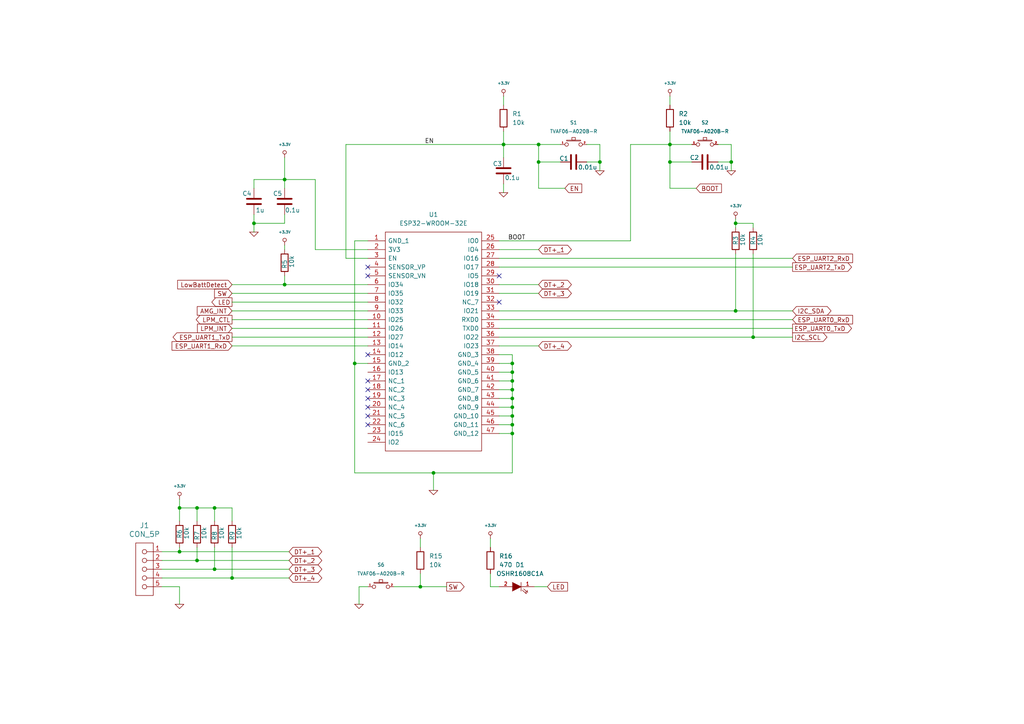
<source format=kicad_sch>
(kicad_sch (version 20250114) (generator "eeschema") (generator_version "9.0")
  (paper "A4")
  (title_block (title "XM125 Radr for MINTIA DC-H038Z") (date "2025-05-20") (rev "0") (company "ハートランド・データ株式会社"))
  (lib_symbols
    (symbol "Device:R" (pin_numbers (hide yes)) (pin_names (offset 0))
      (property "Reference" "R" (at 2.032 0 90))
      (property "Value" "R" (at 0 0 90))
      (symbol "R_0_1"
        (rectangle (start -1.016 -2.54) (end 1.016 2.54) (stroke (width 0.254)))
      )
      (symbol "R_1_1"
        (pin passive line (at 0 3.81 270) (length 1.27) (name "~") (number "1"))
        (pin passive line (at 0 -3.81 90) (length 1.27) (name "~") (number "2"))
      )
    )
    (symbol "HLDC_E1:+3.3V" (power) (pin_names (offset 0))
      (property "Value" "+3.3V" (at 0 2.794 0))
      (symbol "+3.3V_0_0"
        (pin power_in line (at 0 0 90) (length 0) (hide yes) (name "+3.3V") (number "1"))
      )
      (symbol "+3.3V_0_1"
        (circle (center 0 1.524) (radius 0.508))
        (polyline (pts (xy 0 0) (xy 0 1.016) (xy 0 1.016)))
      )
    )
    (symbol "HLDC_E1:C" (pin_numbers (hide yes)) (pin_names (offset 0.254))
      (property "Reference" "C" (at 0 2.54 0))
      (property "Value" "C" (at 0.1524 -2.159 0))
      (symbol "C_0_1"
        (polyline (pts (xy -2.032 0.762) (xy 2.032 0.762)) (stroke (width 0.508)))
        (polyline (pts (xy -2.032 -0.762) (xy 2.032 -0.762)) (stroke (width 0.508)))
      )
      (symbol "C_1_1"
        (pin passive line (at 0 3.81 270) (length 3.048) (name "~") (number "1"))
        (pin passive line (at 0 -3.81 90) (length 3.048) (name "~") (number "2"))
      )
    )
    (symbol "HLDC_E1:CON_5P" (pin_names (offset 1.016))
      (property "Reference" "J" (at 0 8.89 0))
      (property "Value" "CON_5P" (at 0 -8.89 0))
      (symbol "CON_5P_0_1"
        (rectangle (start -2.54 7.62) (end 2.54 -7.62))
        (circle (center 0 5.08) (radius 0.635))
        (circle (center 0 2.54) (radius 0.635))
        (circle (center 0 0) (radius 0.635))
        (circle (center 0 -2.54) (radius 0.635))
        (circle (center 0 -5.08) (radius 0.635))
        (polyline (pts (xy 2.54 5.08) (xy 0.635 5.08)))
        (polyline (pts (xy 2.54 2.54) (xy 0.635 2.54)))
        (polyline (pts (xy 2.54 0) (xy 0.635 0)))
        (polyline (pts (xy 2.54 -2.54) (xy 0.635 -2.54)))
        (polyline (pts (xy 2.54 -5.08) (xy 0.635 -5.08)))
      )
      (symbol "CON_5P_1_1"
        (pin bidirectional line (at 5.08 5.08 180) (length 2.54) (name "~") (number "1"))
        (pin bidirectional line (at 5.08 2.54 180) (length 2.54) (name "~") (number "2"))
        (pin bidirectional line (at 5.08 0 180) (length 2.54) (name "~") (number "3"))
        (pin bidirectional line (at 5.08 -2.54 180) (length 2.54) (name "~") (number "4"))
        (pin bidirectional line (at 5.08 -5.08 180) (length 2.54) (name "~") (number "5"))
      )
    )
    (symbol "HLDC_E1:ESP32-WROOM-32E" (pin_names (offset 0.762))
      (property "Reference" "U" (at 34.29 7.62 0))
      (property "Value" "ESP32-WROOM-32E" (at 34.29 5.08 0))
      (symbol "ESP32-WROOM-32E_0_0"
        (pin passive line (at 0 -5.08 0) (length 5.08) (name "EN") (number "3"))
        (pin passive line (at 0 -7.62 0) (length 5.08) (name "SENSOR_VP") (number "4"))
        (pin passive line (at 0 -10.16 0) (length 5.08) (name "SENSOR_VN") (number "5"))
        (pin passive line (at 0 -12.7 0) (length 5.08) (name "IO34") (number "6"))
        (pin passive line (at 0 -15.24 0) (length 5.08) (name "IO35") (number "7"))
        (pin passive line (at 0 -17.78 0) (length 5.08) (name "IO32") (number "8"))
        (pin passive line (at 0 -20.32 0) (length 5.08) (name "IO33") (number "9"))
        (pin passive line (at 0 -22.86 0) (length 5.08) (name "IO25") (number "10"))
        (pin passive line (at 0 -25.4 0) (length 5.08) (name "IO26") (number "11"))
        (pin passive line (at 0 -27.94 0) (length 5.08) (name "IO27") (number "12"))
        (pin passive line (at 0 -30.48 0) (length 5.08) (name "IO14") (number "13"))
        (pin passive line (at 0 -33.02 0) (length 5.08) (name "IO12") (number "14"))
        (pin passive line (at 0 -38.1 0) (length 5.08) (name "IO13") (number "16"))
        (pin passive line (at 0 -40.64 0) (length 5.08) (name "NC_1") (number "17"))
        (pin passive line (at 0 -43.18 0) (length 5.08) (name "NC_2") (number "18"))
        (pin passive line (at 0 -45.72 0) (length 5.08) (name "NC_3") (number "19"))
        (pin passive line (at 0 -48.26 0) (length 5.08) (name "NC_4") (number "20"))
        (pin passive line (at 0 -50.8 0) (length 5.08) (name "NC_5") (number "21"))
        (pin passive line (at 0 -53.34 0) (length 5.08) (name "NC_6") (number "22"))
        (pin passive line (at 0 -55.88 0) (length 5.08) (name "IO15") (number "23"))
        (pin passive line (at 0 -58.42 0) (length 5.08) (name "IO2") (number "24"))
        (pin passive line (at 38.1 0 180) (length 5.08) (name "IO0") (number "25"))
        (pin passive line (at 38.1 -2.54 180) (length 5.08) (name "IO4") (number "26"))
        (pin passive line (at 38.1 -5.08 180) (length 5.08) (name "IO16") (number "27"))
        (pin passive line (at 38.1 -7.62 180) (length 5.08) (name "IO17") (number "28"))
        (pin passive line (at 38.1 -10.16 180) (length 5.08) (name "IO5") (number "29"))
        (pin passive line (at 38.1 -12.7 180) (length 5.08) (name "IO18") (number "30"))
        (pin passive line (at 38.1 -15.24 180) (length 5.08) (name "IO19") (number "31"))
        (pin passive line (at 38.1 -17.78 180) (length 5.08) (name "NC_7") (number "32"))
        (pin passive line (at 38.1 -20.32 180) (length 5.08) (name "IO21") (number "33"))
        (pin passive line (at 38.1 -22.86 180) (length 5.08) (name "RXD0") (number "34"))
        (pin passive line (at 38.1 -25.4 180) (length 5.08) (name "TXD0") (number "35"))
        (pin passive line (at 38.1 -27.94 180) (length 5.08) (name "IO22") (number "36"))
        (pin passive line (at 38.1 -30.48 180) (length 5.08) (name "IO23") (number "37"))
      )
      (symbol "ESP32-WROOM-32E_0_1"
        (polyline (pts (xy 5.08 2.54) (xy 33.02 2.54) (xy 33.02 -60.96) (xy 5.08 -60.96) (xy 5.08 2.54)) (stroke (width 0.1524)))
      )
      (symbol "ESP32-WROOM-32E_1_0"
        (pin power_in line (at 0 0 0) (length 5.08) (name "GND_1") (number "1"))
        (pin power_in line (at 0 -2.54 0) (length 5.08) (name "3V3") (number "2"))
        (pin power_in line (at 0 -35.56 0) (length 5.08) (name "GND_2") (number "15"))
        (pin power_in line (at 38.1 -33.02 180) (length 5.08) (name "GND_3") (number "38"))
        (pin power_in line (at 38.1 -35.56 180) (length 5.08) (name "GND_4") (number "39"))
        (pin power_in line (at 38.1 -38.1 180) (length 5.08) (name "GND_5") (number "40"))
        (pin power_in line (at 38.1 -40.64 180) (length 5.08) (name "GND_6") (number "41"))
        (pin power_in line (at 38.1 -43.18 180) (length 5.08) (name "GND_7") (number "42"))
        (pin power_in line (at 38.1 -45.72 180) (length 5.08) (name "GND_8") (number "43"))
        (pin power_in line (at 38.1 -48.26 180) (length 5.08) (name "GND_9") (number "44"))
        (pin power_in line (at 38.1 -50.8 180) (length 5.08) (name "GND_10") (number "45"))
        (pin power_in line (at 38.1 -53.34 180) (length 5.08) (name "GND_11") (number "46"))
        (pin power_in line (at 38.1 -55.88 180) (length 5.08) (name "GND_12") (number "47"))
      )
    )
    (symbol "HLDC_E1:GND" (power) (pin_names (offset 0))
      (symbol "GND_0_1"
        (polyline (pts (xy -1.27 0) (xy 0 -1.27) (xy 1.27 0) (xy -1.27 0)))
      )
      (symbol "GND_1_1"
        (pin power_in line (at 0 0 90) (length 0) (hide yes) (name "GND") (number "1"))
      )
    )
    (symbol "HLDC_E1:LED" (pin_names (offset 1.016) (hide yes))
      (property "Reference" "D" (at 0 2.54 0))
      (property "Value" "LED" (at 0 -2.54 0))
      (symbol "LED_0_1"
        (polyline (pts (xy -1.27 1.27) (xy 1.27 0) (xy -1.27 -1.27)) (fill (type outline)))
        (polyline (pts (xy 1.27 1.27) (xy 1.27 -1.27)))
        (polyline (pts (xy 1.651 -1.016) (xy 2.794 -2.032) (xy 2.667 -1.397)))
        (polyline (pts (xy 2.032 -0.635) (xy 3.175 -1.651) (xy 3.048 -1.016)))
      )
      (symbol "LED_1_1"
        (pin passive line (at -5.08 0 0) (length 3.81) (name "A") (number "2"))
        (pin passive line (at 5.08 0 180) (length 3.81) (name "K") (number "1"))
      )
    )
    (symbol "HLDC_E1:SW_2P" (pin_names (offset 1.016))
      (property "Reference" "S" (at 0 2.794 0))
      (property "Value" "SW_2P" (at 0 -1.905 0))
      (symbol "SW_2P_0_1"
        (circle (center -2.032 0) (radius 0.508))
        (rectangle (start -0.508 1.27) (end 0.508 2.032))
        (rectangle (start 2.032 1.016) (end -2.032 1.27))
        (circle (center 2.032 0) (radius 0.508))
      )
      (symbol "SW_2P_1_1"
        (pin bidirectional line (at -3.81 0 0) (length 1.27) (name "~") (number "1"))
        (pin bidirectional line (at 3.81 0 180) (length 1.27) (name "~") (number "2"))
      )
    )
  )
  (junction (at 213.36 64.77))
  (junction (at 62.23 147.32))
  (junction (at 194.31 41.91))
  (junction (at 148.59 125.73))
  (junction (at 121.92 170.18))
  (junction (at 213.36 90.17))
  (junction (at 82.55 82.55))
  (junction (at 62.23 165.1))
  (junction (at 148.59 113.03))
  (junction (at 57.15 147.32))
  (junction (at 52.07 147.32))
  (junction (at 125.73 137.16))
  (junction (at 148.59 123.19))
  (junction (at 173.99 46.99))
  (junction (at 52.07 160.02))
  (junction (at 148.59 115.57))
  (junction (at 146.05 41.91))
  (junction (at 82.55 52.07))
  (junction (at 212.09 46.99))
  (junction (at 57.15 162.56))
  (junction (at 156.21 46.99))
  (junction (at 73.66 64.77))
  (junction (at 218.44 97.79))
  (junction (at 156.21 41.91))
  (junction (at 102.87 105.41))
  (junction (at 148.59 107.95))
  (junction (at 148.59 110.49))
  (junction (at 148.59 105.41))
  (junction (at 194.31 46.99))
  (junction (at 148.59 120.65))
  (junction (at 148.59 118.11))
  (junction (at 67.31 167.64))
  (no_connect (at 106.68 115.57))
  (no_connect (at 106.68 118.11))
  (no_connect (at 106.68 123.19))
  (no_connect (at 106.68 80.01))
  (no_connect (at 106.68 110.49))
  (no_connect (at 106.68 113.03))
  (no_connect (at 106.68 102.87))
  (no_connect (at 144.78 87.63))
  (no_connect (at 106.68 120.65))
  (no_connect (at 144.78 80.01))
  (no_connect (at 106.68 77.47))
  (wire (pts (xy 194.31 46.99) (xy 194.31 41.91)))
  (wire (pts (xy 106.68 72.39) (xy 91.44 72.39)))
  (wire (pts (xy 144.78 97.79) (xy 218.44 97.79)))
  (wire (pts (xy 67.31 158.75) (xy 67.31 167.64)))
  (wire (pts (xy 67.31 87.63) (xy 106.68 87.63)))
  (wire (pts (xy 194.31 54.61) (xy 194.31 46.99)))
  (wire (pts (xy 170.18 46.99) (xy 173.99 46.99)))
  (wire (pts (xy 144.78 77.47) (xy 229.87 77.47)))
  (wire (pts (xy 57.15 147.32) (xy 52.07 147.32)))
  (wire (pts (xy 213.36 64.77) (xy 213.36 66.04)))
  (wire (pts (xy 156.21 41.91) (xy 162.56 41.91)))
  (wire (pts (xy 46.99 162.56) (xy 57.15 162.56)))
  (wire (pts (xy 144.78 95.25) (xy 229.87 95.25)))
  (wire (pts (xy 218.44 64.77) (xy 213.36 64.77)))
  (wire (pts (xy 82.55 62.23) (xy 82.55 64.77)))
  (wire (pts (xy 144.78 123.19) (xy 148.59 123.19)))
  (wire (pts (xy 82.55 52.07) (xy 82.55 54.61)))
  (wire (pts (xy 213.36 63.5) (xy 213.36 64.77)))
  (wire (pts (xy 73.66 54.61) (xy 73.66 52.07)))
  (wire (pts (xy 144.78 82.55) (xy 156.21 82.55)))
  (wire (pts (xy 201.93 54.61) (xy 194.31 54.61)))
  (wire (pts (xy 182.88 41.91) (xy 182.88 69.85)))
  (wire (pts (xy 46.99 165.1) (xy 62.23 165.1)))
  (wire (pts (xy 52.07 144.78) (xy 52.07 147.32)))
  (wire (pts (xy 100.33 41.91) (xy 100.33 74.93)))
  (wire (pts (xy 62.23 165.1) (xy 83.82 165.1)))
  (wire (pts (xy 144.78 107.95) (xy 148.59 107.95)))
  (wire (pts (xy 148.59 123.19) (xy 148.59 125.73)))
  (wire (pts (xy 148.59 118.11) (xy 148.59 120.65)))
  (wire (pts (xy 146.05 38.1) (xy 146.05 41.91)))
  (wire (pts (xy 212.09 41.91) (xy 212.09 46.99)))
  (wire (pts (xy 102.87 69.85) (xy 102.87 105.41)))
  (wire (pts (xy 91.44 72.39) (xy 91.44 52.07)))
  (wire (pts (xy 144.78 113.03) (xy 148.59 113.03)))
  (wire (pts (xy 148.59 105.41) (xy 148.59 107.95)))
  (wire (pts (xy 46.99 167.64) (xy 67.31 167.64)))
  (wire (pts (xy 67.31 167.64) (xy 83.82 167.64)))
  (wire (pts (xy 200.66 46.99) (xy 194.31 46.99)))
  (wire (pts (xy 144.78 74.93) (xy 229.87 74.93)))
  (wire (pts (xy 213.36 73.66) (xy 213.36 90.17)))
  (wire (pts (xy 62.23 158.75) (xy 62.23 165.1)))
  (wire (pts (xy 163.83 54.61) (xy 156.21 54.61)))
  (wire (pts (xy 46.99 170.18) (xy 52.07 170.18)))
  (wire (pts (xy 67.31 100.33) (xy 106.68 100.33)))
  (wire (pts (xy 82.55 45.72) (xy 82.55 52.07)))
  (wire (pts (xy 52.07 147.32) (xy 52.07 151.13)))
  (wire (pts (xy 208.28 41.91) (xy 212.09 41.91)))
  (wire (pts (xy 148.59 120.65) (xy 148.59 123.19)))
  (wire (pts (xy 121.92 170.18) (xy 121.92 166.37)))
  (wire (pts (xy 82.55 64.77) (xy 73.66 64.77)))
  (wire (pts (xy 125.73 137.16) (xy 125.73 142.24)))
  (wire (pts (xy 67.31 97.79) (xy 106.68 97.79)))
  (wire (pts (xy 182.88 41.91) (xy 194.31 41.91)))
  (wire (pts (xy 73.66 62.23) (xy 73.66 64.77)))
  (wire (pts (xy 114.3 170.18) (xy 121.92 170.18)))
  (wire (pts (xy 148.59 125.73) (xy 148.59 137.16)))
  (wire (pts (xy 67.31 90.17) (xy 106.68 90.17)))
  (wire (pts (xy 144.78 100.33) (xy 156.21 100.33)))
  (wire (pts (xy 142.24 156.21) (xy 142.24 158.75)))
  (wire (pts (xy 144.78 90.17) (xy 213.36 90.17)))
  (wire (pts (xy 121.92 156.21) (xy 121.92 158.75)))
  (wire (pts (xy 142.24 170.18) (xy 144.78 170.18)))
  (wire (pts (xy 156.21 46.99) (xy 156.21 41.91)))
  (wire (pts (xy 67.31 147.32) (xy 62.23 147.32)))
  (wire (pts (xy 194.31 27.94) (xy 194.31 30.48)))
  (wire (pts (xy 100.33 74.93) (xy 106.68 74.93)))
  (wire (pts (xy 218.44 66.04) (xy 218.44 64.77)))
  (wire (pts (xy 218.44 97.79) (xy 229.87 97.79)))
  (wire (pts (xy 144.78 120.65) (xy 148.59 120.65)))
  (wire (pts (xy 146.05 41.91) (xy 146.05 45.72)))
  (wire (pts (xy 52.07 160.02) (xy 83.82 160.02)))
  (wire (pts (xy 62.23 147.32) (xy 57.15 147.32)))
  (wire (pts (xy 104.14 170.18) (xy 106.68 170.18)))
  (wire (pts (xy 146.05 53.34) (xy 146.05 55.88)))
  (wire (pts (xy 208.28 46.99) (xy 212.09 46.99)))
  (wire (pts (xy 144.78 125.73) (xy 148.59 125.73)))
  (wire (pts (xy 154.94 170.18) (xy 158.75 170.18)))
  (wire (pts (xy 62.23 147.32) (xy 62.23 151.13)))
  (wire (pts (xy 148.59 110.49) (xy 148.59 113.03)))
  (wire (pts (xy 212.09 46.99) (xy 212.09 49.53)))
  (wire (pts (xy 91.44 52.07) (xy 82.55 52.07)))
  (wire (pts (xy 57.15 158.75) (xy 57.15 162.56)))
  (wire (pts (xy 73.66 64.77) (xy 73.66 67.31)))
  (wire (pts (xy 121.92 170.18) (xy 129.54 170.18)))
  (wire (pts (xy 144.78 69.85) (xy 182.88 69.85)))
  (wire (pts (xy 82.55 71.12) (xy 82.55 72.39)))
  (wire (pts (xy 213.36 90.17) (xy 229.87 90.17)))
  (wire (pts (xy 142.24 166.37) (xy 142.24 170.18)))
  (wire (pts (xy 102.87 105.41) (xy 102.87 137.16)))
  (wire (pts (xy 146.05 41.91) (xy 156.21 41.91)))
  (wire (pts (xy 67.31 92.71) (xy 106.68 92.71)))
  (wire (pts (xy 46.99 160.02) (xy 52.07 160.02)))
  (wire (pts (xy 173.99 41.91) (xy 173.99 46.99)))
  (wire (pts (xy 173.99 46.99) (xy 173.99 49.53)))
  (wire (pts (xy 148.59 102.87) (xy 148.59 105.41)))
  (wire (pts (xy 57.15 147.32) (xy 57.15 151.13)))
  (wire (pts (xy 144.78 115.57) (xy 148.59 115.57)))
  (wire (pts (xy 106.68 69.85) (xy 102.87 69.85)))
  (wire (pts (xy 144.78 85.09) (xy 156.21 85.09)))
  (wire (pts (xy 52.07 170.18) (xy 52.07 175.26)))
  (wire (pts (xy 57.15 162.56) (xy 83.82 162.56)))
  (wire (pts (xy 82.55 80.01) (xy 82.55 82.55)))
  (wire (pts (xy 144.78 110.49) (xy 148.59 110.49)))
  (wire (pts (xy 144.78 72.39) (xy 156.21 72.39)))
  (wire (pts (xy 146.05 41.91) (xy 100.33 41.91)))
  (wire (pts (xy 73.66 52.07) (xy 82.55 52.07)))
  (wire (pts (xy 162.56 46.99) (xy 156.21 46.99)))
  (wire (pts (xy 218.44 73.66) (xy 218.44 97.79)))
  (wire (pts (xy 144.78 118.11) (xy 148.59 118.11)))
  (wire (pts (xy 146.05 27.94) (xy 146.05 30.48)))
  (wire (pts (xy 144.78 105.41) (xy 148.59 105.41)))
  (wire (pts (xy 67.31 85.09) (xy 106.68 85.09)))
  (wire (pts (xy 194.31 41.91) (xy 200.66 41.91)))
  (wire (pts (xy 144.78 102.87) (xy 148.59 102.87)))
  (wire (pts (xy 148.59 137.16) (xy 125.73 137.16)))
  (wire (pts (xy 104.14 175.26) (xy 104.14 170.18)))
  (wire (pts (xy 170.18 41.91) (xy 173.99 41.91)))
  (wire (pts (xy 67.31 82.55) (xy 82.55 82.55)))
  (wire (pts (xy 67.31 95.25) (xy 106.68 95.25)))
  (wire (pts (xy 156.21 54.61) (xy 156.21 46.99)))
  (wire (pts (xy 82.55 82.55) (xy 106.68 82.55)))
  (wire (pts (xy 148.59 115.57) (xy 148.59 118.11)))
  (wire (pts (xy 102.87 137.16) (xy 125.73 137.16)))
  (wire (pts (xy 148.59 107.95) (xy 148.59 110.49)))
  (wire (pts (xy 67.31 151.13) (xy 67.31 147.32)))
  (wire (pts (xy 144.78 92.71) (xy 229.87 92.71)))
  (wire (pts (xy 52.07 158.75) (xy 52.07 160.02)))
  (wire (pts (xy 102.87 105.41) (xy 106.68 105.41)))
  (wire (pts (xy 148.59 113.03) (xy 148.59 115.57)))
  (wire (pts (xy 194.31 38.1) (xy 194.31 41.91)))
  (label "EN" (at 123.19 41.91 0))
  (label "BOOT" (at 147.32 69.85 0))
  (global_label "BOOT" (shape input) (at 201.93 54.61 0) (property "Intersheetrefs" "${INTERSHEET_REFS}" (effects (hide yes))))
  (global_label "LED" (shape output) (at 67.31 87.63 180) (property "Intersheetrefs" "${INTERSHEET_REFS}" (effects (hide yes))))
  (global_label "ESP_UART2_RxD" (shape input) (at 229.87 74.93 0) (property "Intersheetrefs" "${INTERSHEET_REFS}" (effects (hide yes))))
  (global_label "LED" (shape input) (at 158.75 170.18 0) (property "Intersheetrefs" "${INTERSHEET_REFS}" (effects (hide yes))))
  (global_label "EN" (shape input) (at 163.83 54.61 0) (property "Intersheetrefs" "${INTERSHEET_REFS}" (effects (hide yes))))
  (global_label "AMG_INT" (shape input) (at 67.31 90.17 180) (property "Intersheetrefs" "${INTERSHEET_REFS}" (effects (hide yes))))
  (global_label "LPM_INT" (shape input) (at 67.31 95.25 180) (property "Intersheetrefs" "${INTERSHEET_REFS}" (effects (hide yes))))
  (global_label "I2C_SCL" (shape output) (at 229.87 97.79 0) (property "Intersheetrefs" "${INTERSHEET_REFS}" (effects (hide yes))))
  (global_label "ESP_UART2_TxD" (shape output) (at 229.87 77.47 0) (property "Intersheetrefs" "${INTERSHEET_REFS}" (effects (hide yes))))
  (global_label "ESP_UART1_RxD" (shape input) (at 67.31 100.33 180) (property "Intersheetrefs" "${INTERSHEET_REFS}" (effects (hide yes))))
  (global_label "DT+_4" (shape tri_state) (at 156.21 100.33 0) (property "Intersheetrefs" "${INTERSHEET_REFS}" (effects (hide yes))))
  (global_label "ESP_UART0_TxD" (shape output) (at 229.87 95.25 0) (property "Intersheetrefs" "${INTERSHEET_REFS}" (effects (hide yes))))
  (global_label "I2C_SDA" (shape bidirectional) (at 229.87 90.17 0) (property "Intersheetrefs" "${INTERSHEET_REFS}" (effects (hide yes))))
  (global_label "DT+_1" (shape tri_state) (at 156.21 72.39 0) (property "Intersheetrefs" "${INTERSHEET_REFS}" (effects (hide yes))))
  (global_label "DT+_2" (shape tri_state) (at 156.21 82.55 0) (property "Intersheetrefs" "${INTERSHEET_REFS}" (effects (hide yes))))
  (global_label "LPM_CTL" (shape output) (at 67.31 92.71 180) (property "Intersheetrefs" "${INTERSHEET_REFS}" (effects (hide yes))))
  (global_label "ESP_UART1_TxD" (shape output) (at 67.31 97.79 180) (property "Intersheetrefs" "${INTERSHEET_REFS}" (effects (hide yes))))
  (global_label "DT+_1" (shape tri_state) (at 83.82 160.02 0) (property "Intersheetrefs" "${INTERSHEET_REFS}" (effects (hide yes))))
  (global_label "DT+_4" (shape tri_state) (at 83.82 167.64 0) (property "Intersheetrefs" "${INTERSHEET_REFS}" (effects (hide yes))))
  (global_label "SW" (shape input) (at 67.31 85.09 180) (property "Intersheetrefs" "${INTERSHEET_REFS}" (effects (hide yes))))
  (global_label "LowBattDetect" (shape input) (at 67.31 82.55 180) (property "Intersheetrefs" "${INTERSHEET_REFS}" (effects (hide yes))))
  (global_label "DT+_3" (shape tri_state) (at 156.21 85.09 0) (property "Intersheetrefs" "${INTERSHEET_REFS}" (effects (hide yes))))
  (global_label "DT+_2" (shape tri_state) (at 83.82 162.56 0) (property "Intersheetrefs" "${INTERSHEET_REFS}" (effects (hide yes))))
  (global_label "ESP_UART0_RxD" (shape input) (at 229.87 92.71 0) (property "Intersheetrefs" "${INTERSHEET_REFS}" (effects (hide yes))))
  (global_label "SW" (shape output) (at 129.54 170.18 0) (property "Intersheetrefs" "${INTERSHEET_REFS}" (effects (hide yes))))
  (global_label "DT+_3" (shape tri_state) (at 83.82 165.1 0) (property "Intersheetrefs" "${INTERSHEET_REFS}" (effects (hide yes))))
  (symbol (lib_id "HLDC_E1:+3.3V") (at 121.92 156.21 0) (unit 1)
    (property "Reference" "#PWR039" (effects (hide yes)))
    (property "Value" "+3.3V" (at 121.92 152.4 0) (effects (font (size 0.762 0.762))))
  )
  (symbol (lib_id "HLDC_E1:SW_2P") (at 204.47 41.91 0) (unit 1)
    (property "Reference" "S2" (at 204.47 35.56 0) (effects (font (size 1.016 1.016))))
    (property "Value" "TVAF06-A020B-R" (at 204.47 38.1 0) (effects (font (size 1.016 1.016))))
    (property "Footprint" "HLDC_E1:TVAF06A020BR" (effects (hide yes)))
    (property "CLASSIFICATION" "CA" (effects (hide yes)))
    (property "MAKER" "Zhejiang Jianfu Electronics" (effects (hide yes)))
    (property "PARTNUMBER" "TVAF06-A020B-R" (effects (hide yes)))
    (property "REMARKS" " " (effects (hide yes)))
    (property "DESCRIPTION" "Tact SW" (effects (hide yes)))
  )
  (symbol (lib_id "HLDC_E1:C") (at 82.55 58.42 180) (unit 1)
    (property "Reference" "C5" (at 80.518 56.134 0))
    (property "Value" "0.1u" (at 84.836 60.96 0))
    (property "Footprint" "HLDC_E1:C_0603_1608Metric" (effects (hide yes)))
    (property "Description" "Unpolarized capacitor" (effects (hide yes)))
    (property "CLASSIFICATION" "CA" (effects (hide yes)))
    (property "DESCRIPTION" "CAPACITOR" (effects (hide yes)))
    (property "MAKER" "Murata" (effects (hide yes)))
    (property "PARTNUMBER" "GRM188R72A104MA35" (effects (hide yes)))
    (property "REMARKS" "50VDC" (effects (hide yes)))
  )
  (symbol (lib_id "Device:R") (at 218.44 69.85 0) (unit 1)
    (property "Reference" "R4" (at 218.44 71.12 90) (effects (justify left)))
    (property "Value" "10k" (at 220.472 71.374 90) (effects (justify left)))
    (property "Footprint" "HLDC_E1:R_0603_1608Metric" (effects (hide yes)))
    (property "Description" "Resistor" (effects (hide yes)))
    (property "CLASSIFICATION" "CA" (effects (hide yes)))
    (property "DESCRIPTION" "RESISTER" (effects (hide yes)))
    (property "MAKER" "Panasonic" (effects (hide yes)))
    (property "PARTNUMBER" "ERJ3GEYJ103V" (effects (hide yes)))
  )
  (symbol (lib_id "HLDC_E1:C") (at 73.66 58.42 180) (unit 1)
    (property "Reference" "C4" (at 71.628 56.134 0))
    (property "Value" "1u" (at 75.438 60.96 0))
    (property "Footprint" "HLDC_E1:C_0603_1608Metric" (effects (hide yes)))
    (property "Description" "Unpolarized capacitor" (effects (hide yes)))
    (property "CLASSIFICATION" "CA" (effects (hide yes)))
    (property "DESCRIPTION" "CAPACITOR" (effects (hide yes)))
    (property "MAKER" "Murata" (effects (hide yes)))
    (property "PARTNUMBER" "GRM185R61C105KE44" (effects (hide yes)))
    (property "REMARKS" "100VDC" (effects (hide yes)))
  )
  (symbol (lib_id "HLDC_E1:GND") (at 73.66 67.31 0) (unit 1)
    (property "Reference" "#PWR08" (effects (hide yes)))
    (property "Value" "GND" (effects (hide yes)))
  )
  (symbol (lib_id "HLDC_E1:SW_2P") (at 166.37 41.91 0) (unit 1)
    (property "Reference" "S1" (at 166.37 35.56 0) (effects (font (size 1.016 1.016))))
    (property "Value" "TVAF06-A020B-R" (at 166.37 38.1 0) (effects (font (size 1.016 1.016))))
    (property "Footprint" "HLDC_E1:TVAF06A020BR" (effects (hide yes)))
    (property "CLASSIFICATION" "CA" (effects (hide yes)))
    (property "MAKER" "Zhejiang Jianfu Electronics" (effects (hide yes)))
    (property "PARTNUMBER" "TVAF06-A020B-R" (effects (hide yes)))
    (property "REMARKS" " " (effects (hide yes)))
    (property "DESCRIPTION" "Tact SW" (effects (hide yes)))
  )
  (symbol (lib_id "HLDC_E1:C") (at 204.47 46.99 270) (unit 1)
    (property "Reference" "C2" (at 201.422 45.72 90))
    (property "Value" "0.01u" (at 208.534 48.514 90))
    (property "Footprint" "HLDC_E1:C_0603_1608Metric" (effects (hide yes)))
    (property "Description" "Unpolarized capacitor" (effects (hide yes)))
    (property "CLASSIFICATION" "CA" (effects (hide yes)))
    (property "DESCRIPTION" "CAPACITOR" (effects (hide yes)))
    (property "MAKER" "Kyocera" (effects (hide yes)))
    (property "PARTNUMBER" "GRM1882C1H103JA01" (effects (hide yes)))
    (property "REMARKS" "50VDC" (effects (hide yes)))
  )
  (symbol (lib_id "Device:R") (at 142.24 162.56 180) (unit 1)
    (property "Reference" "R16" (at 144.78 161.2899 0) (effects (justify right)))
    (property "Value" "470" (at 144.78 163.8299 0) (effects (justify right)))
    (property "Footprint" "HLDC_E1:R_0603_1608Metric" (effects (hide yes)))
    (property "Description" "Resistor" (effects (hide yes)))
    (property "CLASSIFICATION" "CA" (effects (hide yes)))
    (property "DESCRIPTION" "RESISTER" (effects (hide yes)))
    (property "MAKER" "Panasonic" (effects (hide yes)))
    (property "PARTNUMBER" "ERJ3GEYJ471V" (effects (hide yes)))
  )
  (symbol (lib_id "HLDC_E1:C") (at 146.05 49.53 0) (unit 1)
    (property "Reference" "C3" (at 144.272 47.498 0))
    (property "Value" "0.1u" (at 148.59 51.562 0))
    (property "Footprint" "HLDC_E1:C_0603_1608Metric" (effects (hide yes)))
    (property "Description" "Unpolarized capacitor" (effects (hide yes)))
    (property "CLASSIFICATION" "CA" (effects (hide yes)))
    (property "DESCRIPTION" "CAPACITOR" (effects (hide yes)))
    (property "MAKER" "Murata" (effects (hide yes)))
    (property "PARTNUMBER" "GRM188R72A104MA35" (effects (hide yes)))
    (property "REMARKS" "50VDC" (effects (hide yes)))
  )
  (symbol (lib_id "HLDC_E1:GND") (at 104.14 175.26 0) (unit 1)
    (property "Reference" "#PWR038" (effects (hide yes)))
    (property "Value" "GND" (effects (hide yes)))
  )
  (symbol (lib_id "HLDC_E1:GND") (at 125.73 142.24 0) (unit 1)
    (property "Reference" "#PWR010" (effects (hide yes)))
    (property "Value" "GND" (effects (hide yes)))
  )
  (symbol (lib_id "HLDC_E1:+3.3V") (at 146.05 27.94 0) (unit 1)
    (property "Reference" "#PWR01" (effects (hide yes)))
    (property "Value" "+3.3V" (at 146.05 24.13 0) (effects (font (size 0.762 0.762))))
  )
  (symbol (lib_id "Device:R") (at 82.55 76.2 0) (unit 1)
    (property "Reference" "R5" (at 82.55 77.978 90) (effects (justify left)))
    (property "Value" "10k" (at 84.582 77.724 90) (effects (justify left)))
    (property "Footprint" "HLDC_E1:R_0603_1608Metric" (effects (hide yes)))
    (property "Description" "Resistor" (effects (hide yes)))
    (property "CLASSIFICATION" "CA" (effects (hide yes)))
    (property "DESCRIPTION" "RESISTER" (effects (hide yes)))
    (property "MAKER" "Panasonic" (effects (hide yes)))
    (property "PARTNUMBER" "ERJ3GEYJ103V" (effects (hide yes)))
  )
  (symbol (lib_id "HLDC_E1:GND") (at 212.09 49.53 0) (unit 1)
    (property "Reference" "#PWR05" (effects (hide yes)))
    (property "Value" "GND" (effects (hide yes)))
  )
  (symbol (lib_id "Device:R") (at 194.31 34.29 0) (unit 1)
    (property "Reference" "R2" (at 196.85 33.0199 0) (effects (justify left)))
    (property "Value" "10k" (at 196.85 35.5599 0) (effects (justify left)))
    (property "Footprint" "HLDC_E1:R_0603_1608Metric" (effects (hide yes)))
    (property "Description" "Resistor" (effects (hide yes)))
    (property "CLASSIFICATION" "CA" (effects (hide yes)))
    (property "DESCRIPTION" "RESISTER" (effects (hide yes)))
    (property "MAKER" "Panasonic" (effects (hide yes)))
    (property "PARTNUMBER" "ERJ3GEYJ103V" (effects (hide yes)))
  )
  (symbol (lib_id "HLDC_E1:GND") (at 52.07 175.26 0) (unit 1)
    (property "Reference" "#PWR012" (effects (hide yes)))
    (property "Value" "GND" (effects (hide yes)))
  )
  (symbol (lib_id "HLDC_E1:SW_2P") (at 110.49 170.18 0) (unit 1)
    (property "Reference" "S6" (at 110.49 163.83 0) (effects (font (size 1.016 1.016))))
    (property "Value" "TVAF06-A020B-R" (at 110.49 166.37 0) (effects (font (size 1.016 1.016))))
    (property "Footprint" "HLDC_E1:TVAF06A020BR" (effects (hide yes)))
    (property "CLASSIFICATION" "CA" (effects (hide yes)))
    (property "MAKER" "Zhejiang Jianfu Electronics" (effects (hide yes)))
    (property "PARTNUMBER" "TVAF06-A020B-R" (effects (hide yes)))
    (property "REMARKS" " " (effects (hide yes)))
    (property "DESCRIPTION" "Tact SW" (effects (hide yes)))
  )
  (symbol (lib_id "Device:R") (at 57.15 154.94 0) (unit 1)
    (property "Reference" "R7" (at 57.15 156.718 90) (effects (justify left)))
    (property "Value" "10k" (at 59.182 156.464 90) (effects (justify left)))
    (property "Footprint" "HLDC_E1:R_0603_1608Metric" (effects (hide yes)))
    (property "Description" "Resistor" (effects (hide yes)))
    (property "CLASSIFICATION" "CA" (effects (hide yes)))
    (property "DESCRIPTION" "RESISTER" (effects (hide yes)))
    (property "MAKER" "Panasonic" (effects (hide yes)))
    (property "PARTNUMBER" "ERJ3GEYJ103V" (effects (hide yes)))
  )
  (symbol (lib_id "HLDC_E1:CON_5P") (at 41.91 165.1 0) (unit 1)
    (property "Reference" "J1" (at 41.91 152.4 0) (effects (font (size 1.524 1.524))))
    (property "Value" "CON_5P" (at 41.91 154.94 0) (effects (font (size 1.524 1.524))))
    (property "Footprint" "HLDC-E2:CONN_S5B-ZR_JST" (effects (hide yes)))
    (property "CLASSIFICATION" "PA" (effects (hide yes)))
    (property "MAKER" "JST" (effects (hide yes)))
    (property "PARTNUMBER" "S5B-ZR" (effects (hide yes)))
    (property "REMARKS" " " (effects (hide yes)))
    (property "DESCRIPTION" "Connector (5p)" (effects (hide yes)))
  )
  (symbol (lib_id "Device:R") (at 146.05 34.29 0) (unit 1)
    (property "Reference" "R1" (at 148.59 33.0199 0) (effects (justify left)))
    (property "Value" "10k" (at 148.59 35.5599 0) (effects (justify left)))
    (property "Footprint" "HLDC_E1:R_0603_1608Metric" (effects (hide yes)))
    (property "Description" "Resistor" (effects (hide yes)))
    (property "CLASSIFICATION" "CA" (effects (hide yes)))
    (property "DESCRIPTION" "RESISTER" (effects (hide yes)))
    (property "MAKER" "Panasonic" (effects (hide yes)))
    (property "PARTNUMBER" "ERJ3GEYJ103V" (effects (hide yes)))
  )
  (symbol (lib_id "Device:R") (at 52.07 154.94 0) (unit 1)
    (property "Reference" "R6" (at 52.07 156.21 90) (effects (justify left)))
    (property "Value" "10k" (at 54.102 156.464 90) (effects (justify left)))
    (property "Footprint" "HLDC_E1:R_0603_1608Metric" (effects (hide yes)))
    (property "Description" "Resistor" (effects (hide yes)))
    (property "CLASSIFICATION" "CA" (effects (hide yes)))
    (property "DESCRIPTION" "RESISTER" (effects (hide yes)))
    (property "MAKER" "Panasonic" (effects (hide yes)))
    (property "PARTNUMBER" "ERJ3GEYJ103V" (effects (hide yes)))
  )
  (symbol (lib_id "Device:R") (at 62.23 154.94 0) (unit 1)
    (property "Reference" "R8" (at 62.23 156.718 90) (effects (justify left)))
    (property "Value" "10k" (at 64.262 156.464 90) (effects (justify left)))
    (property "Footprint" "HLDC_E1:R_0603_1608Metric" (effects (hide yes)))
    (property "Description" "Resistor" (effects (hide yes)))
    (property "CLASSIFICATION" "CA" (effects (hide yes)))
    (property "DESCRIPTION" "RESISTER" (effects (hide yes)))
    (property "MAKER" "Panasonic" (effects (hide yes)))
    (property "PARTNUMBER" "ERJ3GEYJ103V" (effects (hide yes)))
  )
  (symbol (lib_id "HLDC_E1:+3.3V") (at 52.07 144.78 0) (unit 1)
    (property "Reference" "#PWR011" (effects (hide yes)))
    (property "Value" "+3.3V" (at 52.07 140.97 0) (effects (font (size 0.762 0.762))))
  )
  (symbol (lib_id "HLDC_E1:GND") (at 173.99 49.53 0) (unit 1)
    (property "Reference" "#PWR04" (effects (hide yes)))
    (property "Value" "GND" (effects (hide yes)))
  )
  (symbol (lib_id "Device:R") (at 67.31 154.94 0) (unit 1)
    (property "Reference" "R9" (at 67.31 156.718 90) (effects (justify left)))
    (property "Value" "10k" (at 69.342 156.464 90) (effects (justify left)))
    (property "Footprint" "HLDC_E1:R_0603_1608Metric" (effects (hide yes)))
    (property "Description" "Resistor" (effects (hide yes)))
    (property "CLASSIFICATION" "CA" (effects (hide yes)))
    (property "DESCRIPTION" "RESISTER" (effects (hide yes)))
    (property "MAKER" "Panasonic" (effects (hide yes)))
    (property "PARTNUMBER" "ERJ3GEYJ103V" (effects (hide yes)))
  )
  (symbol (lib_id "HLDC_E1:GND") (at 146.05 55.88 0) (unit 1)
    (property "Reference" "#PWR06" (effects (hide yes)))
    (property "Value" "GND" (effects (hide yes)))
  )
  (symbol (lib_id "HLDC_E1:+3.3V") (at 194.31 27.94 0) (unit 1)
    (property "Reference" "#PWR02" (effects (hide yes)))
    (property "Value" "+3.3V" (at 194.31 24.13 0) (effects (font (size 0.762 0.762))))
  )
  (symbol (lib_id "HLDC_E1:+3.3V") (at 213.36 63.5 0) (unit 1)
    (property "Reference" "#PWR07" (effects (hide yes)))
    (property "Value" "+3.3V" (at 213.36 59.69 0) (effects (font (size 0.762 0.762))))
  )
  (symbol (lib_id "HLDC_E1:ESP32-WROOM-32E") (at 106.68 69.85 0) (unit 1)
    (property "Reference" "U1" (at 125.73 62.23 0))
    (property "Value" "ESP32-WROOM-32E" (at 125.73 64.77 0))
    (property "Footprint" "HLDC_E1:ESP32WROOM32E-Hole" (effects (hide yes)))
    (property "Height" "3.25" (effects (hide yes)))
    (property "Manufacturer_Name" "Espressif Systems" (effects (hide yes)))
    (property "Manufacturer_Part_Number" "ESP32-WROOM-32E" (effects (hide yes)))
    (property "CLASSIFICATION" "CA" (effects (hide yes)))
    (property "DESCRIPTION" "CPU Board" (effects (hide yes)))
    (property "MAKER" "Espressif" (effects (hide yes)))
    (property "PARTNUMBER" "ESP32WROOM32E" (effects (hide yes)))
  )
  (symbol (lib_id "HLDC_E1:C") (at 166.37 46.99 270) (unit 1)
    (property "Reference" "C1" (at 163.576 45.974 90))
    (property "Value" "0.01u" (at 170.434 48.514 90))
    (property "Footprint" "HLDC_E1:C_0603_1608Metric" (effects (hide yes)))
    (property "Description" "Unpolarized capacitor" (effects (hide yes)))
    (property "CLASSIFICATION" "CA" (effects (hide yes)))
    (property "DESCRIPTION" "CAPACITOR" (effects (hide yes)))
    (property "MAKER" "Kyocera" (effects (hide yes)))
    (property "PARTNUMBER" "GRM1882C1H103JA01" (effects (hide yes)))
    (property "REMARKS" "50VDC" (effects (hide yes)))
  )
  (symbol (lib_id "Device:R") (at 213.36 69.85 0) (unit 1)
    (property "Reference" "R3" (at 213.36 71.12 90) (effects (justify left)))
    (property "Value" "10k" (at 215.392 71.374 90) (effects (justify left)))
    (property "Footprint" "HLDC_E1:R_0603_1608Metric" (effects (hide yes)))
    (property "Description" "Resistor" (effects (hide yes)))
    (property "CLASSIFICATION" "CA" (effects (hide yes)))
    (property "DESCRIPTION" "RESISTER" (effects (hide yes)))
    (property "MAKER" "Panasonic" (effects (hide yes)))
    (property "PARTNUMBER" "ERJ3GEYJ103V" (effects (hide yes)))
  )
  (symbol (lib_id "HLDC_E1:+3.3V") (at 82.55 71.12 0) (unit 1)
    (property "Reference" "#PWR09" (effects (hide yes)))
    (property "Value" "+3.3V" (at 82.55 67.31 0) (effects (font (size 0.762 0.762))))
  )
  (symbol (lib_id "HLDC_E1:+3.3V") (at 82.55 45.72 0) (unit 1)
    (property "Reference" "#PWR03" (effects (hide yes)))
    (property "Value" "+3.3V" (at 82.55 41.91 0) (effects (font (size 0.762 0.762))))
  )
  (symbol (lib_id "HLDC_E1:+3.3V") (at 142.24 156.21 0) (unit 1)
    (property "Reference" "#PWR040" (effects (hide yes)))
    (property "Value" "+3.3V" (at 142.24 152.4 0) (effects (font (size 0.762 0.762))))
  )
  (symbol (lib_id "Device:R") (at 121.92 162.56 0) (unit 1)
    (property "Reference" "R15" (at 124.46 161.2899 0) (effects (justify left)))
    (property "Value" "10k" (at 124.46 163.8299 0) (effects (justify left)))
    (property "Footprint" "HLDC_E1:R_0603_1608Metric" (effects (hide yes)))
    (property "Description" "Resistor" (effects (hide yes)))
    (property "CLASSIFICATION" "CA" (effects (hide yes)))
    (property "DESCRIPTION" "RESISTER" (effects (hide yes)))
    (property "MAKER" "Panasonic" (effects (hide yes)))
    (property "PARTNUMBER" "ERJ3GEYJ103V" (effects (hide yes)))
  )
  (symbol (lib_id "HLDC_E1:LED") (at 149.86 170.18 0) (unit 1)
    (property "Reference" "D1" (at 150.8125 163.83 0))
    (property "Value" "OSHR1608C1A" (at 150.8125 166.37 0))
    (property "Footprint" "HLDC_E1:D_0603" (effects (hide yes)))
    (property "CLASSIFICATION" "CA" (effects (hide yes)))
    (property "MAKER" "OptoSupply" (effects (hide yes)))
    (property "PARTNUMBER" "OSHR1608C1A" (effects (hide yes)))
    (property "REMARKS" " " (effects (hide yes)))
    (property "DESCRIPTION" "LED" (effects (hide yes)))
  )
)
</source>
